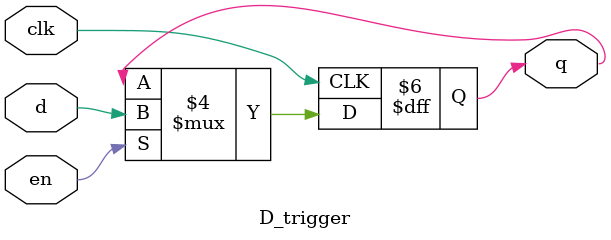
<source format=v>
`timescale 1ns / 1ps

module D_trigger(
    input clk,
    input d,
    input en,
    output reg q);
 
initial
begin
    q = 0;
end
    
always @(posedge clk)
begin
    if(en)
        q = d;
end

endmodule
</source>
